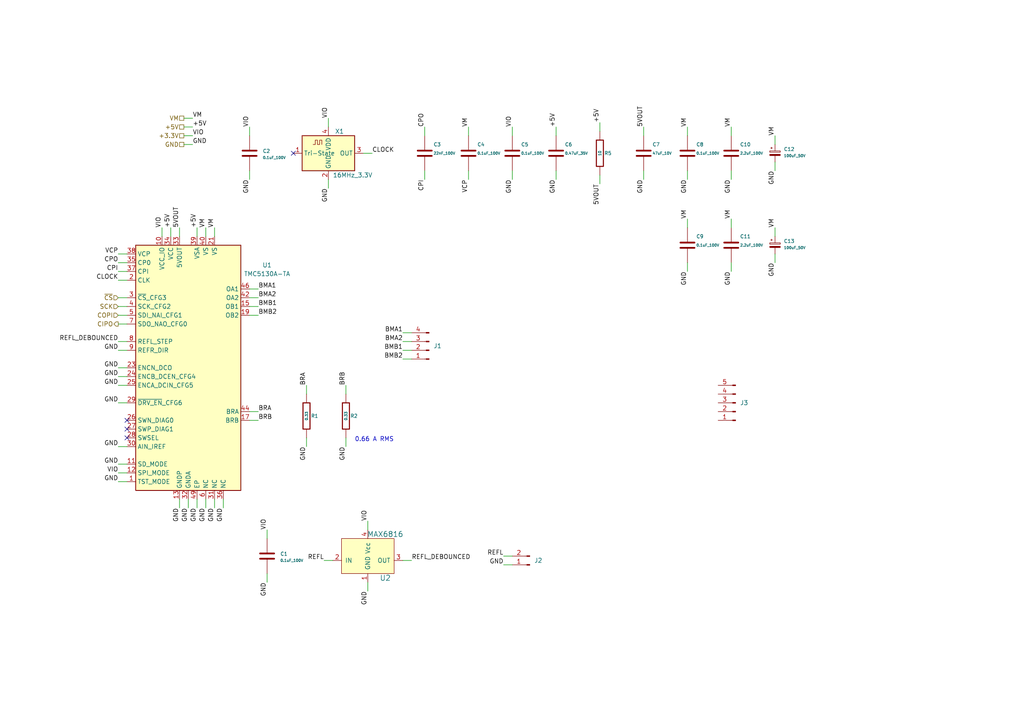
<source format=kicad_sch>
(kicad_sch (version 20230121) (generator eeschema)
  (paper "A4")
  (title_block (title "mouse-joystick-pcb") (date "2024-08-05") (rev "1.0") (company "Peter Polidoro"))
  (lib_symbols
    (symbol "Janelia:CP_100uF_50V_8x10.2mm" (pin_numbers hide) (pin_names (offset 0.254) hide)
      (property "Reference" "C" (at 0.254 1.778 0))
      (property "Value" "100uF_50V" (at 0 0 0))
      (symbol "CP_100uF_50V_8x10.2mm_0_1"
        (rectangle (start -1.524 -0.3048) (end 1.524 -0.6858) (fill (type outline)))
        (rectangle (start -1.524 0.6858) (end 1.524 0.3048))
        (polyline (pts (xy -1.27 1.524) (xy -0.762 1.524)))
        (polyline (pts (xy -1.016 1.27) (xy -1.016 1.778)))
      )
      (symbol "CP_100uF_50V_8x10.2mm_1_1"
        (pin passive line (at 0 2.54 270) (length 1.8542) (name "~") (number "1"))
        (pin passive line (at 0 -2.54 90) (length 1.8542) (name "~") (number "2"))
      )
    )
    (symbol "Janelia:C_0.1uF_100V_0402" (pin_numbers hide) (pin_names (offset 0.254))
      (property "Reference" "C" (at 0 2.54 0))
      (property "Value" "0.1uF_100V" (at 0 0 0))
      (symbol "C_0.1uF_100V_0402_0_1"
        (polyline (pts (xy -2.032 -0.762) (xy 2.032 -0.762)) (stroke (width 0.508)))
        (polyline (pts (xy -2.032 0.762) (xy 2.032 0.762)) (stroke (width 0.508)))
      )
      (symbol "C_0.1uF_100V_0402_1_1"
        (pin passive line (at 0 5.08 270) (length 4.318) (name "~") (number "1"))
        (pin passive line (at 0 -5.08 90) (length 4.318) (name "~") (number "2"))
      )
    )
    (symbol "Janelia:C_0.47uF_35V_0402" (pin_numbers hide) (pin_names (offset 0.254))
      (property "Reference" "C" (at 0 2.54 0))
      (property "Value" "0.47uF_35V" (at 0 0 0))
      (symbol "C_0.47uF_35V_0402_0_1"
        (polyline (pts (xy -2.032 -0.762) (xy 2.032 -0.762)) (stroke (width 0.508)))
        (polyline (pts (xy -2.032 0.762) (xy 2.032 0.762)) (stroke (width 0.508)))
      )
      (symbol "C_0.47uF_35V_0402_1_1"
        (pin passive line (at 0 5.08 270) (length 4.318) (name "~") (number "1"))
        (pin passive line (at 0 -5.08 90) (length 4.318) (name "~") (number "2"))
      )
    )
    (symbol "Janelia:C_2.2uF_100V_0805" (pin_numbers hide) (pin_names (offset 0.254))
      (property "Reference" "C" (at 0 2.54 0))
      (property "Value" "2.2uF_100V" (at 0 0 0))
      (symbol "C_2.2uF_100V_0805_0_1"
        (polyline (pts (xy -2.032 -0.762) (xy 2.032 -0.762)) (stroke (width 0.508)))
        (polyline (pts (xy -2.032 0.762) (xy 2.032 0.762)) (stroke (width 0.508)))
      )
      (symbol "C_2.2uF_100V_0805_1_1"
        (pin passive line (at 0 5.08 270) (length 4.318) (name "~") (number "1"))
        (pin passive line (at 0 -5.08 90) (length 4.318) (name "~") (number "2"))
      )
    )
    (symbol "Janelia:C_22nF_100V_0603" (pin_numbers hide) (pin_names (offset 0.254))
      (property "Reference" "C" (at 0 2.54 0))
      (property "Value" "22nF_100V" (at 0 0 0))
      (symbol "C_22nF_100V_0603_0_1"
        (polyline (pts (xy -2.032 -0.762) (xy 2.032 -0.762)) (stroke (width 0.508)))
        (polyline (pts (xy -2.032 0.762) (xy 2.032 0.762)) (stroke (width 0.508)))
      )
      (symbol "C_22nF_100V_0603_1_1"
        (pin passive line (at 0 5.08 270) (length 4.318) (name "~") (number "1"))
        (pin passive line (at 0 -5.08 90) (length 4.318) (name "~") (number "2"))
      )
    )
    (symbol "Janelia:C_47uF_10V_0805" (pin_numbers hide) (pin_names (offset 0.254))
      (property "Reference" "C" (at 0 2.54 0))
      (property "Value" "47uF_10V" (at 0 0 0))
      (symbol "C_47uF_10V_0805_0_1"
        (polyline (pts (xy -2.032 -0.762) (xy 2.032 -0.762)) (stroke (width 0.508)))
        (polyline (pts (xy -2.032 0.762) (xy 2.032 0.762)) (stroke (width 0.508)))
      )
      (symbol "C_47uF_10V_0805_1_1"
        (pin passive line (at 0 5.08 270) (length 4.318) (name "~") (number "1"))
        (pin passive line (at 0 -5.08 90) (length 4.318) (name "~") (number "2"))
      )
    )
    (symbol "Janelia:Conn_01x02_P3.5mm_TBH_Horizontal_Screw" (pin_names (offset 1.016) hide)
      (property "Reference" "J" (at -3.81 0 0))
      (symbol "Conn_01x02_P3.5mm_TBH_Horizontal_Screw_1_1"
        (polyline (pts (xy 1.27 -2.54) (xy 0.8636 -2.54)) (stroke (width 0.1524)))
        (polyline (pts (xy 1.27 0) (xy 0.8636 0)) (stroke (width 0.1524)))
        (rectangle (start 0.8636 -2.413) (end 0 -2.667) (stroke (width 0.1524)) (fill (type outline)))
        (rectangle (start 0.8636 0.127) (end 0 -0.127) (stroke (width 0.1524)) (fill (type outline)))
        (pin passive line (at 5.08 0 180) (length 3.81) (name "Pin_1") (number "1"))
        (pin passive line (at 5.08 -2.54 180) (length 3.81) (name "Pin_2") (number "2"))
      )
    )
    (symbol "Janelia:Conn_01x04_P3.5mm_TBH_Horizontal_Screw" (pin_names (offset 1.016) hide)
      (property "Reference" "J" (at -3.81 0 0))
      (symbol "Conn_01x04_P3.5mm_TBH_Horizontal_Screw_1_1"
        (polyline (pts (xy 1.27 -5.08) (xy 0.8636 -5.08)) (stroke (width 0.1524)))
        (polyline (pts (xy 1.27 -2.54) (xy 0.8636 -2.54)) (stroke (width 0.1524)))
        (polyline (pts (xy 1.27 0) (xy 0.8636 0)) (stroke (width 0.1524)))
        (polyline (pts (xy 1.27 2.54) (xy 0.8636 2.54)) (stroke (width 0.1524)))
        (rectangle (start 0.8636 -4.953) (end 0 -5.207) (stroke (width 0.1524)) (fill (type outline)))
        (rectangle (start 0.8636 -2.413) (end 0 -2.667) (stroke (width 0.1524)) (fill (type outline)))
        (rectangle (start 0.8636 0.127) (end 0 -0.127) (stroke (width 0.1524)) (fill (type outline)))
        (rectangle (start 0.8636 2.667) (end 0 2.413) (stroke (width 0.1524)) (fill (type outline)))
        (pin passive line (at 5.08 2.54 180) (length 3.81) (name "Pin_1") (number "1"))
        (pin passive line (at 5.08 0 180) (length 3.81) (name "Pin_2") (number "2"))
        (pin passive line (at 5.08 -2.54 180) (length 3.81) (name "Pin_3") (number "3"))
        (pin passive line (at 5.08 -5.08 180) (length 3.81) (name "Pin_4") (number "4"))
      )
    )
    (symbol "Janelia:Conn_01x05_P3.5mm_TBH_Horizontal_Screw" (pin_names (offset 1.016) hide)
      (property "Reference" "J" (at -3.81 0 0))
      (symbol "Conn_01x05_P3.5mm_TBH_Horizontal_Screw_1_1"
        (polyline (pts (xy 1.27 -5.08) (xy 0.8636 -5.08)) (stroke (width 0.1524)))
        (polyline (pts (xy 1.27 -2.54) (xy 0.8636 -2.54)) (stroke (width 0.1524)))
        (polyline (pts (xy 1.27 0) (xy 0.8636 0)) (stroke (width 0.1524)))
        (polyline (pts (xy 1.27 2.54) (xy 0.8636 2.54)) (stroke (width 0.1524)))
        (polyline (pts (xy 1.27 5.08) (xy 0.8636 5.08)) (stroke (width 0.1524)))
        (rectangle (start 0.8636 -4.953) (end 0 -5.207) (stroke (width 0.1524)) (fill (type outline)))
        (rectangle (start 0.8636 -2.413) (end 0 -2.667) (stroke (width 0.1524)) (fill (type outline)))
        (rectangle (start 0.8636 0.127) (end 0 -0.127) (stroke (width 0.1524)) (fill (type outline)))
        (rectangle (start 0.8636 2.667) (end 0 2.413) (stroke (width 0.1524)) (fill (type outline)))
        (rectangle (start 0.8636 5.207) (end 0 4.953) (stroke (width 0.1524)) (fill (type outline)))
        (pin passive line (at 5.08 5.08 180) (length 3.81) (name "Pin_1") (number "1"))
        (pin passive line (at 5.08 2.54 180) (length 3.81) (name "Pin_2") (number "2"))
        (pin passive line (at 5.08 0 180) (length 3.81) (name "Pin_3") (number "3"))
        (pin passive line (at 5.08 -2.54 180) (length 3.81) (name "Pin_4") (number "4"))
        (pin passive line (at 5.08 -5.08 180) (length 3.81) (name "Pin_5") (number "5"))
      )
    )
    (symbol "Janelia:MAX6816" (pin_names (offset 1.016))
      (property "Reference" "U" (at 5.08 -6.35 0))
      (property "Value" "MAX6816" (at 5.08 6.35 0))
      (symbol "MAX6816_1_1"
        (rectangle (start -7.62 5.08) (end 7.62 -5.08) (fill (type background)))
        (pin power_in line (at 0 -7.62 90) (length 2.54) (name "GND") (number "1"))
        (pin passive line (at -10.16 -1.27 0) (length 2.54) (name "IN") (number "2"))
        (pin output line (at 10.16 -1.27 180) (length 2.54) (name "OUT") (number "3"))
        (pin power_in line (at 0 7.62 270) (length 2.54) (name "Vcc") (number "4"))
      )
    )
    (symbol "Janelia:Oscillator_16MHz_3.3V"
      (property "Reference" "X" (at 1.905 6.35 0))
      (property "Value" "16MHz_3.3V" (at 1.27 -6.35 0))
      (symbol "Oscillator_16MHz_3.3V_0_1"
        (rectangle (start -7.62 5.08) (end 7.62 -5.08) (stroke (width 0.254)) (fill (type background)))
        (polyline (pts (xy -4.445 2.54) (xy -3.81 2.54) (xy -3.81 3.81) (xy -3.175 3.81) (xy -3.175 2.54) (xy -2.54 2.54) (xy -2.54 3.81) (xy -1.905 3.81) (xy -1.905 2.54)))
      )
      (symbol "Oscillator_16MHz_3.3V_1_1"
        (pin input line (at -10.16 0 0) (length 2.54) (name "Tri-State") (number "1"))
        (pin power_in line (at 0 -7.62 90) (length 2.54) (name "GND") (number "2"))
        (pin output line (at 10.16 0 180) (length 2.54) (name "OUT") (number "3"))
        (pin power_in line (at 0 7.62 270) (length 2.54) (name "VDD") (number "4"))
      )
    )
    (symbol "Janelia:R_0.33_750mW_1206_CS" (pin_numbers hide) (pin_names (offset 0))
      (property "Reference" "R" (at 2.032 0 90))
      (property "Value" "0.33" (at 0 0 90))
      (symbol "R_0.33_750mW_1206_CS_0_1"
        (rectangle (start -1.016 3.81) (end 1.016 -3.81) (stroke (width 0.3048)))
      )
      (symbol "R_0.33_750mW_1206_CS_1_1"
        (pin passive line (at 0 6.35 270) (length 2.54) (name "~") (number "1"))
        (pin passive line (at 0 -6.35 90) (length 2.54) (name "~") (number "2"))
      )
    )
    (symbol "Janelia:R_10_62.5mW_0402" (pin_numbers hide) (pin_names (offset 0))
      (property "Reference" "R" (at 2.032 0 90))
      (property "Value" "10" (at 0 0 90))
      (symbol "R_10_62.5mW_0402_0_1"
        (rectangle (start -1.016 3.81) (end 1.016 -3.81) (stroke (width 0.3048)))
      )
      (symbol "R_10_62.5mW_0402_1_1"
        (pin passive line (at 0 6.35 270) (length 2.54) (name "~") (number "1"))
        (pin passive line (at 0 -6.35 90) (length 2.54) (name "~") (number "2"))
      )
    )
    (symbol "Janelia:TMC5130A-TA"
      (property "Reference" "U" (at -11.43 38.1 0))
      (property "Value" "TMC5130A-TA" (at 11.43 38.1 0))
      (symbol "TMC5130A-TA_0_1"
        (rectangle (start -15.24 35.56) (end 15.24 -35.56) (stroke (width 0.254)) (fill (type background)))
      )
      (symbol "TMC5130A-TA_1_1"
        (pin input line (at -17.78 -33.02 0) (length 2.54) (name "TST_MODE") (number "1"))
        (pin power_in line (at -7.62 38.1 270) (length 2.54) (name "VCC_IO") (number "10"))
        (pin input line (at -17.78 -27.94 0) (length 2.54) (name "SD_MODE") (number "11"))
        (pin input line (at -17.78 -30.48 0) (length 2.54) (name "SPI_MODE") (number "12"))
        (pin power_in line (at -2.54 -38.1 90) (length 2.54) (name "GNDP") (number "13"))
        (pin no_connect line (at 15.24 12.7 180) (length 2.54) hide (name "DNC") (number "14"))
        (pin output line (at 17.78 17.78 180) (length 2.54) (name "OB1") (number "15"))
        (pin no_connect line (at 15.24 10.16 180) (length 2.54) hide (name "DNC") (number "16"))
        (pin passive line (at 17.78 -15.24 180) (length 2.54) (name "BRB") (number "17"))
        (pin no_connect line (at 15.24 7.62 180) (length 2.54) hide (name "DNC") (number "18"))
        (pin output line (at 17.78 15.24 180) (length 2.54) (name "OB2") (number "19"))
        (pin input line (at -17.78 25.4 0) (length 2.54) (name "CLK") (number "2"))
        (pin no_connect line (at 15.24 5.08 180) (length 2.54) hide (name "DNC") (number "20"))
        (pin power_in line (at 7.62 38.1 270) (length 2.54) (name "VS") (number "21"))
        (pin no_connect line (at 15.24 2.54 180) (length 2.54) hide (name "DNC") (number "22"))
        (pin bidirectional line (at -17.78 0 0) (length 2.54) (name "ENCN_DCO") (number "23"))
        (pin input line (at -17.78 -2.54 0) (length 2.54) (name "ENCB_DCEN_CFG4") (number "24"))
        (pin input line (at -17.78 -5.08 0) (length 2.54) (name "ENCA_DCIN_CFG5") (number "25"))
        (pin bidirectional line (at -17.78 -15.24 0) (length 2.54) (name "SWN_DIAG0") (number "26"))
        (pin bidirectional line (at -17.78 -17.78 0) (length 2.54) (name "SWP_DIAG1") (number "27"))
        (pin input line (at -17.78 -20.32 0) (length 2.54) (name "SWSEL") (number "28"))
        (pin input line (at -17.78 -10.16 0) (length 2.54) (name "~{DRV_EN}_CFG6") (number "29"))
        (pin input line (at -17.78 20.32 0) (length 2.54) (name "~{CS}_CFG3") (number "3"))
        (pin input line (at -17.78 -22.86 0) (length 2.54) (name "AIN_IREF") (number "30"))
        (pin passive line (at 7.62 -38.1 90) (length 2.54) (name "NC") (number "31"))
        (pin power_in line (at 0 -38.1 90) (length 2.54) (name "GNDA") (number "32"))
        (pin power_out line (at -2.54 38.1 270) (length 2.54) (name "5VOUT") (number "33"))
        (pin power_in line (at -5.08 38.1 270) (length 2.54) (name "VCC") (number "34"))
        (pin passive line (at -17.78 30.48 0) (length 2.54) (name "CP0") (number "35"))
        (pin passive line (at 10.16 -38.1 90) (length 2.54) (name "NC") (number "36"))
        (pin passive line (at -17.78 27.94 0) (length 2.54) (name "CPI") (number "37"))
        (pin passive line (at -17.78 33.02 0) (length 2.54) (name "VCP") (number "38"))
        (pin power_in line (at 2.54 38.1 270) (length 2.54) (name "VSA") (number "39"))
        (pin input line (at -17.78 17.78 0) (length 2.54) (name "SCK_CFG2") (number "4"))
        (pin power_in line (at 5.08 38.1 270) (length 2.54) (name "VS") (number "40"))
        (pin no_connect line (at 15.24 33.02 180) (length 2.54) hide (name "DNC") (number "41"))
        (pin output line (at 17.78 20.32 180) (length 2.54) (name "OA2") (number "42"))
        (pin no_connect line (at 15.24 30.48 180) (length 2.54) hide (name "DNC") (number "43"))
        (pin passive line (at 17.78 -12.7 180) (length 2.54) (name "BRA") (number "44"))
        (pin no_connect line (at 15.24 27.94 180) (length 2.54) hide (name "DNC") (number "45"))
        (pin output line (at 17.78 22.86 180) (length 2.54) (name "OA1") (number "46"))
        (pin no_connect line (at 15.24 25.4 180) (length 2.54) hide (name "DNC") (number "47"))
        (pin passive line (at -2.54 -38.1 90) (length 2.54) hide (name "GNDP") (number "48"))
        (pin power_in line (at 2.54 -38.1 90) (length 2.54) (name "EP") (number "49"))
        (pin input line (at -17.78 15.24 0) (length 2.54) (name "SDI_NAI_CFG1") (number "5"))
        (pin passive line (at 5.08 -38.1 90) (length 2.54) (name "NC") (number "6"))
        (pin bidirectional line (at -17.78 12.7 0) (length 2.54) (name "SDO_NAO_CFG0") (number "7"))
        (pin input line (at -17.78 7.62 0) (length 2.54) (name "REFL_STEP") (number "8"))
        (pin input line (at -17.78 5.08 0) (length 2.54) (name "REFR_DIR") (number "9"))
      )
    )
  )
  (no_connect (at 85.09 44.45))
  (no_connect (at 36.83 121.92))
  (no_connect (at 36.83 124.46))
  (no_connect (at 36.83 127))
  (wire (pts (xy 199.39 49.53) (xy 199.39 52.07)))
  (wire (pts (xy 173.99 50.8) (xy 173.99 53.34)))
  (wire (pts (xy 199.39 76.2) (xy 199.39 78.74)))
  (wire (pts (xy 36.83 116.84) (xy 34.29 116.84)))
  (wire (pts (xy 72.39 49.53) (xy 72.39 52.07)))
  (wire (pts (xy 224.79 46.99) (xy 224.79 49.53)))
  (wire (pts (xy 135.89 39.37) (xy 135.89 36.83)))
  (wire (pts (xy 36.83 111.76) (xy 34.29 111.76)))
  (wire (pts (xy 186.69 39.37) (xy 186.69 36.83)))
  (wire (pts (xy 106.68 153.67) (xy 106.68 151.13)))
  (wire (pts (xy 74.93 88.9) (xy 72.39 88.9)))
  (wire (pts (xy 224.79 68.58) (xy 224.79 66.04)))
  (wire (pts (xy 36.83 106.68) (xy 34.29 106.68)))
  (wire (pts (xy 77.47 156.21) (xy 77.47 153.67)))
  (wire (pts (xy 161.29 39.37) (xy 161.29 36.83)))
  (wire (pts (xy 212.09 49.53) (xy 212.09 52.07)))
  (wire (pts (xy 36.83 81.28) (xy 34.29 81.28)))
  (wire (pts (xy 224.79 73.66) (xy 224.79 76.2)))
  (wire (pts (xy 57.15 144.78) (xy 57.15 147.32)))
  (wire (pts (xy 173.99 38.1) (xy 173.99 35.56)))
  (wire (pts (xy 212.09 66.04) (xy 212.09 63.5)))
  (wire (pts (xy 52.07 68.58) (xy 52.07 66.04)))
  (wire (pts (xy 161.29 49.53) (xy 161.29 52.07)))
  (wire (pts (xy 212.09 39.37) (xy 212.09 36.83)))
  (wire (pts (xy 74.93 91.44) (xy 72.39 91.44)))
  (wire (pts (xy 54.61 144.78) (xy 54.61 147.32)))
  (wire (pts (xy 59.69 68.58) (xy 59.69 66.04)))
  (wire (pts (xy 62.23 68.58) (xy 62.23 66.04)))
  (wire (pts (xy 36.83 134.62) (xy 34.29 134.62)))
  (wire (pts (xy 88.9 127) (xy 88.9 129.54)))
  (wire (pts (xy 36.83 86.36) (xy 34.29 86.36)))
  (wire (pts (xy 36.83 137.16) (xy 34.29 137.16)))
  (wire (pts (xy 95.25 36.83) (xy 95.25 34.29)))
  (wire (pts (xy 53.34 34.29) (xy 55.88 34.29)))
  (wire (pts (xy 148.59 161.29) (xy 146.05 161.29)))
  (wire (pts (xy 116.84 104.14) (xy 119.38 104.14)))
  (wire (pts (xy 74.93 119.38) (xy 72.39 119.38)))
  (wire (pts (xy 36.83 73.66) (xy 34.29 73.66)))
  (wire (pts (xy 123.19 39.37) (xy 123.19 36.83)))
  (wire (pts (xy 148.59 39.37) (xy 148.59 36.83)))
  (wire (pts (xy 116.84 162.56) (xy 119.38 162.56)))
  (wire (pts (xy 36.83 93.98) (xy 34.29 93.98)))
  (wire (pts (xy 116.84 99.06) (xy 119.38 99.06)))
  (wire (pts (xy 212.09 76.2) (xy 212.09 78.74)))
  (wire (pts (xy 106.68 168.91) (xy 106.68 171.45)))
  (wire (pts (xy 36.83 99.06) (xy 34.29 99.06)))
  (wire (pts (xy 116.84 101.6) (xy 119.38 101.6)))
  (wire (pts (xy 36.83 139.7) (xy 34.29 139.7)))
  (wire (pts (xy 36.83 88.9) (xy 34.29 88.9)))
  (wire (pts (xy 135.89 49.53) (xy 135.89 52.07)))
  (wire (pts (xy 96.52 162.56) (xy 93.98 162.56)))
  (wire (pts (xy 95.25 52.07) (xy 95.25 54.61)))
  (wire (pts (xy 36.83 129.54) (xy 34.29 129.54)))
  (wire (pts (xy 199.39 39.37) (xy 199.39 36.83)))
  (wire (pts (xy 186.69 49.53) (xy 186.69 52.07)))
  (wire (pts (xy 36.83 76.2) (xy 34.29 76.2)))
  (wire (pts (xy 88.9 111.76) (xy 88.9 114.3)))
  (wire (pts (xy 123.19 49.53) (xy 123.19 52.07)))
  (wire (pts (xy 53.34 41.91) (xy 55.88 41.91)))
  (wire (pts (xy 53.34 36.83) (xy 55.88 36.83)))
  (wire (pts (xy 199.39 66.04) (xy 199.39 63.5)))
  (wire (pts (xy 53.34 39.37) (xy 55.88 39.37)))
  (wire (pts (xy 74.93 86.36) (xy 72.39 86.36)))
  (wire (pts (xy 116.84 96.52) (xy 119.38 96.52)))
  (wire (pts (xy 77.47 166.37) (xy 77.47 168.91)))
  (wire (pts (xy 36.83 109.22) (xy 34.29 109.22)))
  (wire (pts (xy 59.69 144.78) (xy 59.69 147.32)))
  (wire (pts (xy 36.83 101.6) (xy 34.29 101.6)))
  (wire (pts (xy 105.41 44.45) (xy 107.95 44.45)))
  (wire (pts (xy 49.53 68.58) (xy 49.53 66.04)))
  (wire (pts (xy 74.93 121.92) (xy 72.39 121.92)))
  (wire (pts (xy 36.83 91.44) (xy 34.29 91.44)))
  (wire (pts (xy 36.83 78.74) (xy 34.29 78.74)))
  (wire (pts (xy 64.77 144.78) (xy 64.77 147.32)))
  (wire (pts (xy 100.33 111.76) (xy 100.33 114.3)))
  (wire (pts (xy 148.59 49.53) (xy 148.59 52.07)))
  (wire (pts (xy 74.93 83.82) (xy 72.39 83.82)))
  (wire (pts (xy 72.39 39.37) (xy 72.39 36.83)))
  (wire (pts (xy 57.15 68.58) (xy 57.15 66.04)))
  (wire (pts (xy 224.79 41.91) (xy 224.79 39.37)))
  (wire (pts (xy 46.99 68.58) (xy 46.99 66.04)))
  (wire (pts (xy 62.23 144.78) (xy 62.23 147.32)))
  (wire (pts (xy 100.33 127) (xy 100.33 129.54)))
  (wire (pts (xy 52.07 144.78) (xy 52.07 147.32)))
  (wire (pts (xy 148.59 163.83) (xy 146.05 163.83)))
  (text "0.66 A RMS\n" (at 102.87 128.27 0) (effects (font (size 1.27 1.27)) (justify left bottom)))
  (label "GND" (at 212.09 78.74 270))
  (label "GND" (at 148.59 52.07 270))
  (label "GND" (at 59.69 147.32 270))
  (label "VM" (at 135.89 36.83 90))
  (label "GND" (at 54.61 147.32 270))
  (label "GND" (at 88.9 129.54 270))
  (label "BRB" (at 100.33 111.76 90))
  (label "GND" (at 34.29 111.76 180))
  (label "GND" (at 186.69 52.07 270))
  (label "REFL" (at 93.98 162.56 180))
  (label "BMA1" (at 74.93 83.82 0))
  (label "CPO" (at 123.19 36.83 90))
  (label "BRA" (at 88.9 111.76 90))
  (label "5VOUT" (at 52.07 66.04 90))
  (label "GND" (at 52.07 147.32 270))
  (label "+5V" (at 55.88 36.83 0))
  (label "BRB" (at 74.93 121.92 0))
  (label "GND" (at 212.09 52.07 270))
  (label "VIO" (at 46.99 66.04 90))
  (label "GND" (at 34.29 116.84 180))
  (label "VIO" (at 72.39 36.83 90))
  (label "BMB1" (at 74.93 88.9 0))
  (label "VIO" (at 34.29 137.16 180))
  (label "CPO" (at 34.29 76.2 180))
  (label "+5V" (at 57.15 66.04 90))
  (label "REFL_DEBOUNCED" (at 119.38 162.56 0))
  (label "REFL" (at 146.05 161.29 180))
  (label "BMA2" (at 116.84 99.06 180))
  (label "CLOCK" (at 107.95 44.45 0))
  (label "GND" (at 95.25 54.61 270))
  (label "VM" (at 212.09 63.5 90))
  (label "REFL_DEBOUNCED" (at 34.29 99.06 180))
  (label "BMB2" (at 74.93 91.44 0))
  (label "BMB2" (at 116.84 104.14 180))
  (label "GND" (at 224.79 76.2 270))
  (label "GND" (at 77.47 168.91 270))
  (label "GND" (at 62.23 147.32 270))
  (label "VCP" (at 135.89 52.07 270))
  (label "VM" (at 55.88 34.29 0))
  (label "VIO" (at 77.47 153.67 90))
  (label "BMB1" (at 116.84 101.6 180))
  (label "GND" (at 224.79 49.53 270))
  (label "+5V" (at 49.53 66.04 90))
  (label "VIO" (at 95.25 34.29 90))
  (label "BRA" (at 74.93 119.38 0))
  (label "VM" (at 212.09 36.83 90))
  (label "BMA1" (at 116.84 96.52 180))
  (label "VM" (at 59.69 66.04 90))
  (label "GND" (at 34.29 139.7 180))
  (label "VIO" (at 106.68 151.13 90))
  (label "GND" (at 64.77 147.32 270))
  (label "VM" (at 224.79 66.04 90))
  (label "GND" (at 34.29 106.68 180))
  (label "GND" (at 72.39 52.07 270))
  (label "GND" (at 34.29 101.6 180))
  (label "GND" (at 146.05 163.83 180))
  (label "GND" (at 55.88 41.91 0))
  (label "+5V" (at 173.99 35.56 90))
  (label "GND" (at 34.29 109.22 180))
  (label "VIO" (at 55.88 39.37 0))
  (label "VM" (at 199.39 36.83 90))
  (label "GND" (at 34.29 134.62 180))
  (label "CPI" (at 34.29 78.74 180))
  (label "BMA2" (at 74.93 86.36 0))
  (label "VCP" (at 34.29 73.66 180))
  (label "CPI" (at 123.19 52.07 270))
  (label "GND" (at 199.39 78.74 270))
  (label "GND" (at 199.39 52.07 270))
  (label "GND" (at 106.68 171.45 270))
  (label "GND" (at 161.29 52.07 270))
  (label "VM" (at 62.23 66.04 90))
  (label "CLOCK" (at 34.29 81.28 180))
  (label "VM" (at 199.39 63.5 90))
  (label "+5V" (at 161.29 36.83 90))
  (label "GND" (at 34.29 129.54 180))
  (label "GND" (at 100.33 129.54 270))
  (label "5VOUT" (at 186.69 36.83 90))
  (label "5VOUT" (at 173.99 53.34 270))
  (label "GND" (at 57.15 147.32 270))
  (label "VIO" (at 148.59 36.83 90))
  (label "VM" (at 224.79 39.37 90))
  (hierarchical_label "~{CS}" (shape input) (at 34.29 86.36 180))
  (hierarchical_label "COPI" (shape input) (at 34.29 91.44 180))
  (hierarchical_label "GND" (shape passive) (at 53.34 41.91 180))
  (hierarchical_label "VM" (shape passive) (at 53.34 34.29 180))
  (hierarchical_label "SCK" (shape input) (at 34.29 88.9 180))
  (hierarchical_label "CIPO" (shape output) (at 34.29 93.98 180))
  (hierarchical_label "+3.3V" (shape passive) (at 53.34 39.37 180))
  (hierarchical_label "+5V" (shape passive) (at 53.34 36.83 180))
  (symbol (lib_id "Janelia:Oscillator_16MHz_3.3V") (at 95.25 44.45 0) (unit 1)
    (property "Reference" "X1" (at 97.155 38.1 0) (effects (justify left)))
    (property "Value" "16MHz_3.3V" (at 96.52 50.8 0) (effects (justify left)))
    (property "Footprint" "Janelia:OSC_ECS-2520S33-160-FN-TR" (effects hide))
    (property "Synopsis" "XTAL OSC XO 16MHZ 3.3V HCMOS SMD" (effects hide))
    (property "Manufacturer" "ECS Inc." (effects hide))
    (property "Manufacturer Part Number" "ECS-2520S33-160-FN-TR" (effects hide))
    (property "Vendor" "Digi-Key" (effects hide))
    (property "Vendor Part Number" "XC2195CT-ND" (effects hide))
    (property "LCSC" "C2451298" (effects hide))
    (property "Package" "SMD2520-4P" (effects hide))
  )
  (symbol (lib_id "Janelia:C_0.1uF_100V_0402") (at 148.59 44.45 0) (unit 1)
    (property "Reference" "C5" (at 151.13 41.91 0) (effects (font (size 1.016 1.016)) (justify left)))
    (property "Value" "0.1uF_100V" (at 151.13 44.45 0) (effects (font (size 0.762 0.762)) (justify left)))
    (property "Footprint" "Janelia:C_0402_1005Metric" (effects hide))
    (property "Vendor" "Digi-Key" (effects hide))
    (property "Vendor Part Number" "490-10458-1-ND" (effects hide))
    (property "Manufacturer" "Murata Electronics" (effects hide))
    (property "Manufacturer Part Number" "GRM155R62A104KE14D" (effects hide))
    (property "Package" "0402" (effects hide))
    (property "Synopsis" "CAP CER 0.1UF 100V X5R" (effects hide))
    (property "LCSC" "C162178" (effects hide))
  )
  (symbol (lib_id "Janelia:C_0.1uF_100V_0402") (at 72.39 44.45 0) (unit 1)
    (property "Reference" "C2" (at 76.2 43.815 0) (effects (font (size 1.016 1.016)) (justify left)))
    (property "Value" "0.1uF_100V" (at 76.2 45.7199 0) (effects (font (size 0.762 0.762)) (justify left)))
    (property "Footprint" "Janelia:C_0402_1005Metric" (effects hide))
    (property "Vendor" "Digi-Key" (effects hide))
    (property "Vendor Part Number" "490-10458-1-ND" (effects hide))
    (property "Manufacturer" "Murata Electronics" (effects hide))
    (property "Manufacturer Part Number" "GRM155R62A104KE14D" (effects hide))
    (property "Package" "0402" (effects hide))
    (property "Synopsis" "CAP CER 0.1UF 100V X5R" (effects hide))
    (property "LCSC" "C162178" (effects hide))
  )
  (symbol (lib_id "Janelia:C_2.2uF_100V_0805") (at 212.09 44.45 0) (unit 1)
    (property "Reference" "C10" (at 214.63 41.91 0) (effects (font (size 1.016 1.016)) (justify left)))
    (property "Value" "2.2uF_100V" (at 214.63 44.45 0) (effects (font (size 0.762 0.762)) (justify left)))
    (property "Footprint" "Janelia:C_0805_2012Metric" (effects hide))
    (property "Vendor" "Digi-Key" (effects hide))
    (property "Vendor Part Number" "490-GRM21BD72A225KE01LCT-ND" (effects hide))
    (property "Package" "0805" (effects hide))
    (property "Manufacturer" "Murata Electronics" (effects hide))
    (property "Manufacturer Part Number" "GRM21BD72A225KE01L" (effects hide))
    (property "Synopsis" "CAP CER 2.2UF 100V X7T 0805" (effects hide))
    (property "LCSC" "C2981733" (effects hide))
  )
  (symbol (lib_id "Janelia:CP_100uF_50V_8x10.2mm") (at 224.79 44.45 0) (unit 1)
    (property "Reference" "C12" (at 227.33 43.2689 0) (effects (font (size 1.016 1.016)) (justify left)))
    (property "Value" "100uF_50V" (at 227.33 45.1738 0) (effects (font (size 0.762 0.762)) (justify left)))
    (property "Footprint" "Janelia:CAP_EEEHAH101UAP" (effects hide))
    (property "Vendor" "Digi-Key" (effects hide))
    (property "Vendor Part Number" "PCE4713CT-ND" (effects hide))
    (property "Synopsis" "CAP ALUM 100UF 20% 50V SMD" (effects hide))
    (property "Manufacturer" "Panasonic Electronic Components" (effects hide))
    (property "Manufacturer Part Number" "EEEHAH101UAP" (effects hide))
    (property "LCSC" "C336425" (effects hide))
    (property "Package" "SMD D8xL10.2mm" (effects hide))
  )
  (symbol (lib_id "Janelia:CP_100uF_50V_8x10.2mm") (at 224.79 71.12 0) (unit 1)
    (property "Reference" "C13" (at 227.33 69.9389 0) (effects (font (size 1.016 1.016)) (justify left)))
    (property "Value" "100uF_50V" (at 227.33 71.8438 0) (effects (font (size 0.762 0.762)) (justify left)))
    (property "Footprint" "Janelia:CAP_EEEHAH101UAP" (effects hide))
    (property "Vendor" "Digi-Key" (effects hide))
    (property "Vendor Part Number" "PCE4713CT-ND" (effects hide))
    (property "Synopsis" "CAP ALUM 100UF 20% 50V SMD" (effects hide))
    (property "Manufacturer" "Panasonic Electronic Components" (effects hide))
    (property "Manufacturer Part Number" "EEEHAH101UAP" (effects hide))
    (property "LCSC" "C336425" (effects hide))
    (property "Package" "SMD D8xL10.2mm" (effects hide))
  )
  (symbol (lib_id "Janelia:R_0.33_750mW_1206_CS") (at 88.9 120.65 0) (unit 1)
    (property "Reference" "R1" (at 90.17 120.65 0) (effects (font (size 1.016 1.016)) (justify left)))
    (property "Value" "0.33" (at 88.9 120.65 90) (effects (font (size 0.762 0.762))))
    (property "Footprint" "Janelia:R_1206_3216Metric" (effects hide))
    (property "Vendor" "JLCPCB" (effects hide))
    (property "Vendor Part Number" "C2121350" (effects hide))
    (property "Synopsis" "0.33 750mW Current Sense Resistor" (effects hide))
    (property "Package" "1206" (effects hide))
    (property "Manufacturer" "CTS Electronic Components" (effects hide))
    (property "Manufacturer Part Number" "73WL4R330F" (effects hide))
    (property "LCSC" "C2121350" (effects hide))
  )
  (symbol (lib_id "Janelia:C_47uF_10V_0805") (at 186.69 44.45 0) (unit 1)
    (property "Reference" "C7" (at 189.23 41.91 0) (effects (font (size 1.016 1.016)) (justify left)))
    (property "Value" "47uF_10V" (at 189.23 44.45 0) (effects (font (size 0.762 0.762)) (justify left)))
    (property "Footprint" "Janelia:C_0805_2012Metric" (effects hide))
    (property "Vendor" "Digi-Key" (effects hide))
    (property "Vendor Part Number" "445-8239-1-ND" (effects hide))
    (property "Package" "0805" (effects hide))
    (property "Manufacturer" "TDK Corporation" (effects hide))
    (property "Manufacturer Part Number" "C2012X5R1A476M125AC" (effects hide))
    (property "Synopsis" "CAP CER 47UF 10V X5R" (effects hide))
    (property "LCSC" "C2182652" (effects hide))
  )
  (symbol (lib_id "Janelia:C_2.2uF_100V_0805") (at 212.09 71.12 0) (unit 1)
    (property "Reference" "C11" (at 214.63 68.58 0) (effects (font (size 1.016 1.016)) (justify left)))
    (property "Value" "2.2uF_100V" (at 214.63 71.12 0) (effects (font (size 0.762 0.762)) (justify left)))
    (property "Footprint" "Janelia:C_0805_2012Metric" (effects hide))
    (property "Vendor" "Digi-Key" (effects hide))
    (property "Vendor Part Number" "490-GRM21BD72A225KE01LCT-ND" (effects hide))
    (property "Package" "0805" (effects hide))
    (property "Manufacturer" "Murata Electronics" (effects hide))
    (property "Manufacturer Part Number" "GRM21BD72A225KE01L" (effects hide))
    (property "Synopsis" "CAP CER 2.2UF 100V X7T 0805" (effects hide))
    (property "LCSC" "C2981733" (effects hide))
  )
  (symbol (lib_id "Janelia:C_22nF_100V_0603") (at 123.19 44.45 0) (unit 1)
    (property "Reference" "C3" (at 125.73 41.91 0) (effects (font (size 1.016 1.016)) (justify left)))
    (property "Value" "22nF_100V" (at 125.73 44.45 0) (effects (font (size 0.762 0.762)) (justify left)))
    (property "Footprint" "Janelia:C_0603_1608Metric" (effects hide))
    (property "Vendor" "Digi-Key" (effects hide))
    (property "Vendor Part Number" "490-4782-1-ND" (effects hide))
    (property "Manufacturer" "Murata Electronics" (effects hide))
    (property "Manufacturer Part Number" "GCM188R72A223KA37D" (effects hide))
    (property "Package" "0603" (effects hide))
    (property "Synopsis" "CAP CER 0.022UF 100V X7R" (effects hide))
    (property "LCSC" "C161234" (effects hide))
  )
  (symbol (lib_id "Janelia:Conn_01x04_P3.5mm_TBH_Horizontal_Screw") (at 124.46 101.6 180) (unit 1)
    (property "Reference" "J1" (at 125.73 100.33 0) (effects (justify right)))
    (property "Value" "Conn_01x04_P3.5mm_TBH_Horizontal_Screw" (effects hide))
    (property "Footprint" "Janelia:PhoenixContact_MC_1,5_4-G-3.5_1x04_P3.50mm_Horizontal_Screw" (effects hide))
    (property "Manufacturer" "Phoenix Contact" (effects hide))
    (property "Manufacturer Part Number" "1844236" (effects hide))
    (property "Synopsis" "TERM BLOCK HDR 4POS 90DEG 3.5MM" (effects hide))
    (property "Vendor" "Digi-Key" (effects hide))
    (property "Vendor Part Number" "277-2419-ND" (effects hide))
    (property "Sim.Enable" "0" (effects hide))
    (property "LCSC" "C480590" (effects hide))
    (property "Package" "Push-Pull P=3.5mm" (effects hide))
  )
  (symbol (lib_id "Janelia:C_0.1uF_100V_0402") (at 135.89 44.45 0) (unit 1)
    (property "Reference" "C4" (at 138.43 41.91 0) (effects (font (size 1.016 1.016)) (justify left)))
    (property "Value" "0.1uF_100V" (at 138.43 44.45 0) (effects (font (size 0.762 0.762)) (justify left)))
    (property "Footprint" "Janelia:C_0402_1005Metric" (effects hide))
    (property "Vendor" "Digi-Key" (effects hide))
    (property "Vendor Part Number" "490-10458-1-ND" (effects hide))
    (property "Manufacturer" "Murata Electronics" (effects hide))
    (property "Manufacturer Part Number" "GRM155R62A104KE14D" (effects hide))
    (property "Package" "0402" (effects hide))
    (property "Synopsis" "CAP CER 0.1UF 100V X5R" (effects hide))
    (property "LCSC" "C162178" (effects hide))
  )
  (symbol (lib_id "Janelia:C_0.47uF_35V_0402") (at 161.29 44.45 0) (unit 1)
    (property "Reference" "C6" (at 163.83 41.91 0) (effects (font (size 1.016 1.016)) (justify left)))
    (property "Value" "0.47uF_35V" (at 163.83 44.45 0) (effects (font (size 0.762 0.762)) (justify left)))
    (property "Footprint" "Janelia:C_0402_1005Metric" (effects hide))
    (property "Vendor" "Digi-Key" (effects hide))
    (property "Vendor Part Number" "490-12273-1-ND" (effects hide))
    (property "Package" "0402" (effects hide))
    (property "Manufacturer" "Murata Electronics" (effects hide))
    (property "Manufacturer Part Number" "GRT155R6YA474KE01D" (effects hide))
    (property "Synopsis" "CAP CER 0.47UF 35V X5R" (effects hide))
    (property "LCSC" "C711580" (effects hide))
  )
  (symbol (lib_id "Janelia:Conn_01x05_P3.5mm_TBH_Horizontal_Screw") (at 213.36 116.84 180) (unit 1)
    (property "Reference" "J3" (at 214.63 116.84 0) (effects (justify right)))
    (property "Value" "Conn_01x05_P3.5mm_TBH_Horizontal_Screw" (effects hide))
    (property "Footprint" "Janelia:PhoenixContact_MC_1,5_5-G-3.5_1x05_P3.50mm_Horizontal_Screw" (effects hide))
    (property "Manufacturer" "Phoenix Contact" (effects hide))
    (property "Manufacturer Part Number" "1844249" (effects hide))
    (property "Synopsis" "TERM BLOCK HDR 5POS 90DEG 3.5MM" (effects hide))
    (property "Vendor" "Digi-Key" (effects hide))
    (property "Vendor Part Number" "277-5789-ND" (effects hide))
    (property "Sim.Enable" "0" (effects hide))
    (property "Package" "P=3.5mm" (effects hide))
    (property "LCSC" "C5443566" (effects hide))
  )
  (symbol (lib_id "Janelia:TMC5130A-TA") (at 54.61 106.68 0) (unit 1)
    (property "Reference" "U1" (at 77.47 76.8919 0))
    (property "Value" "TMC5130A-TA" (at 77.47 79.4319 0))
    (property "Footprint" "Janelia:TQFP-48-1EP_7x7mm_P0.5mm_EP5x5mm_ThermalVias" (effects hide))
    (property "Datasheet" "https://www.analog.com/media/en/technical-documentation/data-sheets/TMC5130A_datasheet_rev1.20.pdf" (effects hide))
    (property "Synopsis" "IC MTR DRV BIPOLAR 5.5-46V" (effects hide))
    (property "Manufacturer" "Analog Devices Inc./Maxim Integrated" (effects hide))
    (property "Manufacturer Part Number" "TMC5130A-TA" (effects hide))
    (property "Vendor" "Digi-Key" (effects hide))
    (property "Vendor Part Number" "175-TMC5130A-TA-ND" (effects hide))
    (property "LCSC" "C188832" (effects hide))
    (property "Package" "TQFP-48-EP(7x7)" (effects hide))
  )
  (symbol (lib_id "Janelia:MAX6816") (at 106.68 161.29 0) (unit 1)
    (property "Reference" "U2" (at 111.76 167.64 0) (effects (font (size 1.524 1.524))))
    (property "Value" "MAX6816" (at 111.76 154.94 0) (effects (font (size 1.524 1.524))))
    (property "Footprint" "Janelia:SOT192P237X122-4N" (effects hide))
    (property "Package" "SOT-143" (effects hide))
    (property "Manufacturer" "Analog Devices Inc./Maxim Integrated" (effects hide))
    (property "Manufacturer Part Number" "MAX6816EUS+T" (effects hide))
    (property "Vendor" "Digi-Key" (effects hide))
    (property "Vendor Part Number" "MAX6816EUS+TCT-ND" (effects hide))
    (property "Sim.Enable" "0" (effects hide))
    (property "Synopsis" "IC SWITCH DEBOUNCER" (effects hide))
    (property "LCSC" "C41637" (effects hide))
  )
  (symbol (lib_id "Janelia:R_10_62.5mW_0402") (at 173.99 44.45 0) (unit 1)
    (property "Reference" "R5" (at 175.26 44.45 0) (effects (font (size 1.016 1.016)) (justify left)))
    (property "Value" "10" (at 173.99 44.45 90) (effects (font (size 0.762 0.762))))
    (property "Footprint" "Janelia:R_0402_1005Metric" (effects hide))
    (property "Vendor" "JLCPCB" (effects hide))
    (property "Synopsis" "RES SMD 10 OHM 1% 62.5mW" (effects hide))
    (property "Package" "0402" (effects hide))
    (property "Manufacturer" "YAGEO" (effects hide))
    (property "Manufacturer Part Number" "RC0402FR-0710RL" (effects hide))
    (property "LCSC" "C138066" (effects hide))
  )
  (symbol (lib_id "Janelia:C_0.1uF_100V_0402") (at 199.39 44.45 0) (unit 1)
    (property "Reference" "C8" (at 201.93 41.91 0) (effects (font (size 1.016 1.016)) (justify left)))
    (property "Value" "0.1uF_100V" (at 201.93 44.45 0) (effects (font (size 0.762 0.762)) (justify left)))
    (property "Footprint" "Janelia:C_0402_1005Metric" (effects hide))
    (property "Vendor" "Digi-Key" (effects hide))
    (property "Vendor Part Number" "490-10458-1-ND" (effects hide))
    (property "Manufacturer" "Murata Electronics" (effects hide))
    (property "Manufacturer Part Number" "GRM155R62A104KE14D" (effects hide))
    (property "Package" "0402" (effects hide))
    (property "Synopsis" "CAP CER 0.1UF 100V X5R" (effects hide))
    (property "LCSC" "C162178" (effects hide))
  )
  (symbol (lib_id "Janelia:C_0.1uF_100V_0402") (at 77.47 161.29 0) (unit 1)
    (property "Reference" "C1" (at 81.28 160.655 0) (effects (font (size 1.016 1.016)) (justify left)))
    (property "Value" "0.1uF_100V" (at 81.28 162.5599 0) (effects (font (size 0.762 0.762)) (justify left)))
    (property "Footprint" "Janelia:C_0402_1005Metric" (effects hide))
    (property "Vendor" "Digi-Key" (effects hide))
    (property "Vendor Part Number" "490-10458-1-ND" (effects hide))
    (property "Manufacturer" "Murata Electronics" (effects hide))
    (property "Manufacturer Part Number" "GRM155R62A104KE14D" (effects hide))
    (property "Package" "0402" (effects hide))
    (property "Synopsis" "CAP CER 0.1UF 100V X5R" (effects hide))
    (property "LCSC" "C162178" (effects hide))
  )
  (symbol (lib_id "Janelia:Conn_01x02_P3.5mm_TBH_Horizontal_Screw") (at 153.67 163.83 180) (unit 1)
    (property "Reference" "J2" (at 154.94 162.56 0) (effects (justify right)))
    (property "Value" "Conn_01x02_P3.5mm_TBH_Horizontal_Screw" (effects hide))
    (property "Footprint" "Janelia:PhoenixContact_MC_1,5_2-G-3.5_1x02_P3.50mm_Horizontal_Screw" (effects hide))
    (property "Manufacturer" "Phoenix Contact" (effects hide))
    (property "Manufacturer Part Number" "1844210" (effects hide))
    (property "Synopsis" "TERM BLOCK HDR 2POS 90DEG 3.5MM" (effects hide))
    (property "Vendor" "Digi-Key" (effects hide))
    (property "Vendor Part Number" "277-2416-ND" (effects hide))
    (property "Sim.Enable" "0" (effects hide))
    (property "Package" "Plugin P=3.5mm" (effects hide))
    (property "LCSC" "C3584780" (effects hide))
  )
  (symbol (lib_id "Janelia:R_0.33_750mW_1206_CS") (at 100.33 120.65 0) (unit 1)
    (property "Reference" "R2" (at 101.6 120.65 0) (effects (font (size 1.016 1.016)) (justify left)))
    (property "Value" "0.33" (at 100.33 120.65 90) (effects (font (size 0.762 0.762))))
    (property "Footprint" "Janelia:R_1206_3216Metric" (effects hide))
    (property "Vendor" "JLCPCB" (effects hide))
    (property "Vendor Part Number" "C2121350" (effects hide))
    (property "Synopsis" "0.33 750mW Current Sense Resistor" (effects hide))
    (property "Package" "1206" (effects hide))
    (property "Manufacturer" "CTS Electronic Components" (effects hide))
    (property "Manufacturer Part Number" "73WL4R330F" (effects hide))
    (property "LCSC" "C2121350" (effects hide))
  )
  (symbol (lib_id "Janelia:C_0.1uF_100V_0402") (at 199.39 71.12 0) (unit 1)
    (property "Reference" "C9" (at 201.93 68.58 0) (effects (font (size 1.016 1.016)) (justify left)))
    (property "Value" "0.1uF_100V" (at 201.93 71.12 0) (effects (font (size 0.762 0.762)) (justify left)))
    (property "Footprint" "Janelia:C_0402_1005Metric" (effects hide))
    (property "Vendor" "Digi-Key" (effects hide))
    (property "Vendor Part Number" "490-10458-1-ND" (effects hide))
    (property "Manufacturer" "Murata Electronics" (effects hide))
    (property "Manufacturer Part Number" "GRM155R62A104KE14D" (effects hide))
    (property "Package" "0402" (effects hide))
    (property "Synopsis" "CAP CER 0.1UF 100V X5R" (effects hide))
    (property "LCSC" "C162178" (effects hide))
  )
)
</source>
